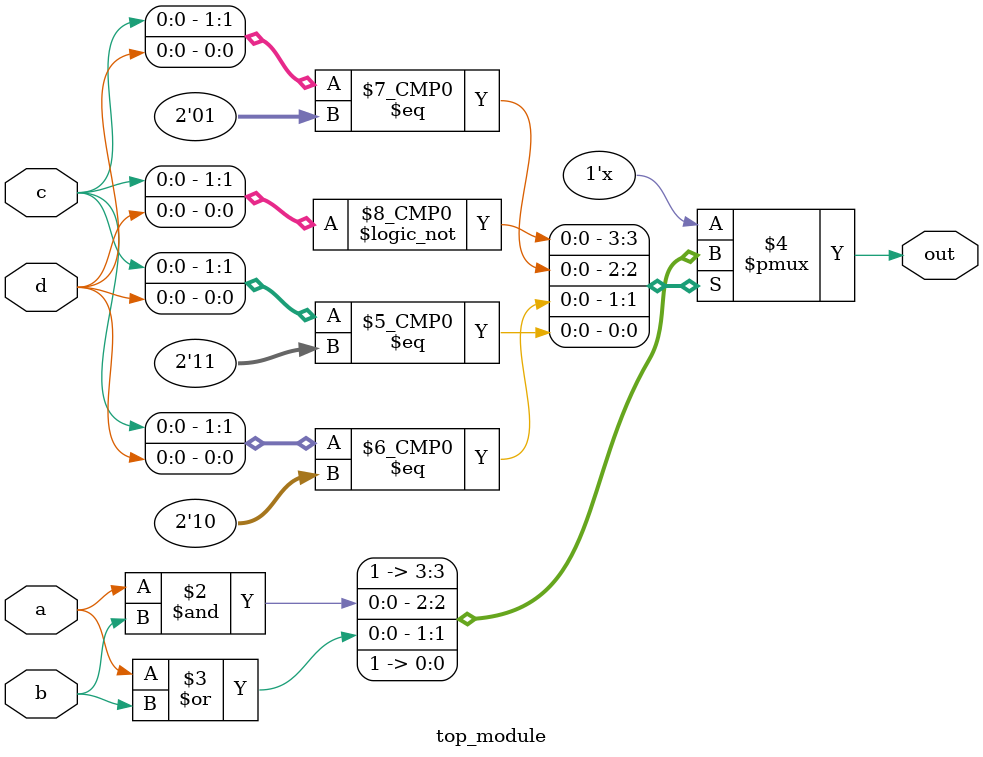
<source format=sv>
module top_module (
	input a, 
	input b,
	input c,
	input d,
	output reg out
);
    always @(a,b,c,d) begin
        case({c,d})
            2'b00: out = 1'b1;
            2'b01: out = a & b;
            2'b10: out = a | b;
            2'b11: out = 1'b1;
            default: out = 1'b0;
        endcase
    end
endmodule

</source>
